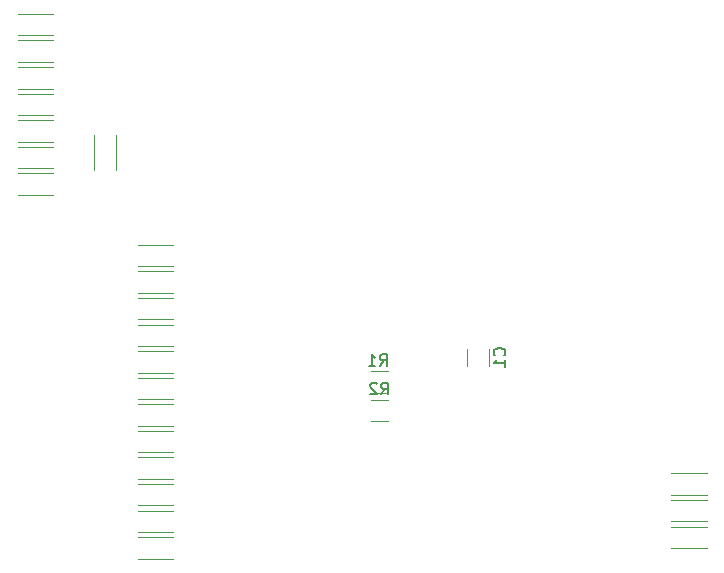
<source format=gbr>
%TF.GenerationSoftware,KiCad,Pcbnew,7.0.10-7.0.10~ubuntu20.04.1*%
%TF.CreationDate,2024-01-23T10:27:16+01:00*%
%TF.ProjectId,6303X_FP64,36333033-585f-4465-9036-342e6b696361,rev?*%
%TF.SameCoordinates,Original*%
%TF.FileFunction,Legend,Bot*%
%TF.FilePolarity,Positive*%
%FSLAX46Y46*%
G04 Gerber Fmt 4.6, Leading zero omitted, Abs format (unit mm)*
G04 Created by KiCad (PCBNEW 7.0.10-7.0.10~ubuntu20.04.1) date 2024-01-23 10:27:16*
%MOMM*%
%LPD*%
G01*
G04 APERTURE LIST*
%ADD10C,0.150000*%
%ADD11C,0.120000*%
G04 APERTURE END LIST*
D10*
X204901580Y-64310833D02*
X204949200Y-64263214D01*
X204949200Y-64263214D02*
X204996819Y-64120357D01*
X204996819Y-64120357D02*
X204996819Y-64025119D01*
X204996819Y-64025119D02*
X204949200Y-63882262D01*
X204949200Y-63882262D02*
X204853961Y-63787024D01*
X204853961Y-63787024D02*
X204758723Y-63739405D01*
X204758723Y-63739405D02*
X204568247Y-63691786D01*
X204568247Y-63691786D02*
X204425390Y-63691786D01*
X204425390Y-63691786D02*
X204234914Y-63739405D01*
X204234914Y-63739405D02*
X204139676Y-63787024D01*
X204139676Y-63787024D02*
X204044438Y-63882262D01*
X204044438Y-63882262D02*
X203996819Y-64025119D01*
X203996819Y-64025119D02*
X203996819Y-64120357D01*
X203996819Y-64120357D02*
X204044438Y-64263214D01*
X204044438Y-64263214D02*
X204092057Y-64310833D01*
X204996819Y-65263214D02*
X204996819Y-64691786D01*
X204996819Y-64977500D02*
X203996819Y-64977500D01*
X203996819Y-64977500D02*
X204139676Y-64882262D01*
X204139676Y-64882262D02*
X204234914Y-64787024D01*
X204234914Y-64787024D02*
X204282533Y-64691786D01*
X194361066Y-65196419D02*
X194694399Y-64720228D01*
X194932494Y-65196419D02*
X194932494Y-64196419D01*
X194932494Y-64196419D02*
X194551542Y-64196419D01*
X194551542Y-64196419D02*
X194456304Y-64244038D01*
X194456304Y-64244038D02*
X194408685Y-64291657D01*
X194408685Y-64291657D02*
X194361066Y-64386895D01*
X194361066Y-64386895D02*
X194361066Y-64529752D01*
X194361066Y-64529752D02*
X194408685Y-64624990D01*
X194408685Y-64624990D02*
X194456304Y-64672609D01*
X194456304Y-64672609D02*
X194551542Y-64720228D01*
X194551542Y-64720228D02*
X194932494Y-64720228D01*
X193408685Y-65196419D02*
X193980113Y-65196419D01*
X193694399Y-65196419D02*
X193694399Y-64196419D01*
X193694399Y-64196419D02*
X193789637Y-64339276D01*
X193789637Y-64339276D02*
X193884875Y-64434514D01*
X193884875Y-64434514D02*
X193980113Y-64482133D01*
X194476666Y-67608819D02*
X194809999Y-67132628D01*
X195048094Y-67608819D02*
X195048094Y-66608819D01*
X195048094Y-66608819D02*
X194667142Y-66608819D01*
X194667142Y-66608819D02*
X194571904Y-66656438D01*
X194571904Y-66656438D02*
X194524285Y-66704057D01*
X194524285Y-66704057D02*
X194476666Y-66799295D01*
X194476666Y-66799295D02*
X194476666Y-66942152D01*
X194476666Y-66942152D02*
X194524285Y-67037390D01*
X194524285Y-67037390D02*
X194571904Y-67085009D01*
X194571904Y-67085009D02*
X194667142Y-67132628D01*
X194667142Y-67132628D02*
X195048094Y-67132628D01*
X194095713Y-66704057D02*
X194048094Y-66656438D01*
X194048094Y-66656438D02*
X193952856Y-66608819D01*
X193952856Y-66608819D02*
X193714761Y-66608819D01*
X193714761Y-66608819D02*
X193619523Y-66656438D01*
X193619523Y-66656438D02*
X193571904Y-66704057D01*
X193571904Y-66704057D02*
X193524285Y-66799295D01*
X193524285Y-66799295D02*
X193524285Y-66894533D01*
X193524285Y-66894533D02*
X193571904Y-67037390D01*
X193571904Y-67037390D02*
X194143332Y-67608819D01*
X194143332Y-67608819D02*
X193524285Y-67608819D01*
D11*
%TO.C,R32*%
X175422936Y-68440000D02*
X176877064Y-68440000D01*
X175422936Y-70260000D02*
X176877064Y-70260000D01*
%TO.C,R25*%
X175327064Y-65760000D02*
X173872936Y-65760000D01*
X175327064Y-63940000D02*
X173872936Y-63940000D01*
%TO.C,R7*%
X165177064Y-48460000D02*
X163722936Y-48460000D01*
X165177064Y-46640000D02*
X163722936Y-46640000D01*
%TO.C,R20*%
X175422936Y-54940000D02*
X176877064Y-54940000D01*
X175422936Y-56760000D02*
X176877064Y-56760000D01*
%TO.C,R47*%
X220477064Y-80610000D02*
X219022936Y-80610000D01*
X220477064Y-78790000D02*
X219022936Y-78790000D01*
%TO.C,R45*%
X220572936Y-74290000D02*
X222027064Y-74290000D01*
X220572936Y-76110000D02*
X222027064Y-76110000D01*
%TO.C,R13*%
X165177064Y-41710000D02*
X163722936Y-41710000D01*
X165177064Y-39890000D02*
X163722936Y-39890000D01*
%TO.C,C1*%
X201782000Y-65188752D02*
X201782000Y-63766248D01*
X203602000Y-65188752D02*
X203602000Y-63766248D01*
%TO.C,R14*%
X165177064Y-39460000D02*
X163722936Y-39460000D01*
X165177064Y-37640000D02*
X163722936Y-37640000D01*
%TO.C,R23*%
X175327064Y-61260000D02*
X173872936Y-61260000D01*
X175327064Y-59440000D02*
X173872936Y-59440000D01*
%TO.C,R33*%
X175327064Y-72510000D02*
X173872936Y-72510000D01*
X175327064Y-70690000D02*
X173872936Y-70690000D01*
%TO.C,R27*%
X175327064Y-70260000D02*
X173872936Y-70260000D01*
X175327064Y-68440000D02*
X173872936Y-68440000D01*
%TO.C,R48*%
X220572936Y-78790000D02*
X222027064Y-78790000D01*
X220572936Y-80610000D02*
X222027064Y-80610000D01*
%TO.C,R12*%
X165272936Y-42140000D02*
X166727064Y-42140000D01*
X165272936Y-43960000D02*
X166727064Y-43960000D01*
%TO.C,R24*%
X175327064Y-63510000D02*
X173872936Y-63510000D01*
X175327064Y-61690000D02*
X173872936Y-61690000D01*
%TO.C,R4*%
X170190000Y-47077064D02*
X170190000Y-45622936D01*
X172010000Y-47077064D02*
X172010000Y-45622936D01*
%TO.C,R22*%
X175422936Y-57190000D02*
X176877064Y-57190000D01*
X175422936Y-59010000D02*
X176877064Y-59010000D01*
%TO.C,R31*%
X175422936Y-66190000D02*
X176877064Y-66190000D01*
X175422936Y-68010000D02*
X176877064Y-68010000D01*
%TO.C,R21*%
X175327064Y-59010000D02*
X173872936Y-59010000D01*
X175327064Y-57190000D02*
X173872936Y-57190000D01*
%TO.C,R39*%
X175422936Y-72910000D02*
X176877064Y-72910000D01*
X175422936Y-74730000D02*
X176877064Y-74730000D01*
%TO.C,R16*%
X175327064Y-56760000D02*
X173872936Y-56760000D01*
X175327064Y-54940000D02*
X173872936Y-54940000D01*
%TO.C,R29*%
X175422936Y-61690000D02*
X176877064Y-61690000D01*
X175422936Y-63510000D02*
X176877064Y-63510000D01*
%TO.C,R15*%
X165177064Y-37210000D02*
X163722936Y-37210000D01*
X165177064Y-35390000D02*
X163722936Y-35390000D01*
%TO.C,R37*%
X175327064Y-81510000D02*
X173872936Y-81510000D01*
X175327064Y-79690000D02*
X173872936Y-79690000D01*
%TO.C,R5*%
X165177064Y-50710000D02*
X163722936Y-50710000D01*
X165177064Y-48890000D02*
X163722936Y-48890000D01*
%TO.C,R3*%
X172010000Y-47172936D02*
X172010000Y-48627064D01*
X170190000Y-47172936D02*
X170190000Y-48627064D01*
%TO.C,R9*%
X165177064Y-46210000D02*
X163722936Y-46210000D01*
X165177064Y-44390000D02*
X163722936Y-44390000D01*
%TO.C,R30*%
X175422936Y-63940000D02*
X176877064Y-63940000D01*
X175422936Y-65760000D02*
X176877064Y-65760000D01*
%TO.C,R8*%
X165272936Y-46640000D02*
X166727064Y-46640000D01*
X165272936Y-48460000D02*
X166727064Y-48460000D01*
%TO.C,R1*%
X195037064Y-67458000D02*
X193582936Y-67458000D01*
X195037064Y-65638000D02*
X193582936Y-65638000D01*
%TO.C,R11*%
X165177064Y-43960000D02*
X163722936Y-43960000D01*
X165177064Y-42140000D02*
X163722936Y-42140000D01*
%TO.C,R17*%
X165272936Y-39890000D02*
X166727064Y-39890000D01*
X165272936Y-41710000D02*
X166727064Y-41710000D01*
%TO.C,R41*%
X175422936Y-77440000D02*
X176877064Y-77440000D01*
X175422936Y-79260000D02*
X176877064Y-79260000D01*
%TO.C,R42*%
X175422936Y-79690000D02*
X176877064Y-79690000D01*
X175422936Y-81510000D02*
X176877064Y-81510000D01*
%TO.C,R46*%
X220572936Y-76540000D02*
X222027064Y-76540000D01*
X220572936Y-78360000D02*
X222027064Y-78360000D01*
%TO.C,R43*%
X220477064Y-76110000D02*
X219022936Y-76110000D01*
X220477064Y-74290000D02*
X219022936Y-74290000D01*
%TO.C,R26*%
X175327064Y-68010000D02*
X173872936Y-68010000D01*
X175327064Y-66190000D02*
X173872936Y-66190000D01*
%TO.C,R10*%
X165272936Y-44380000D02*
X166727064Y-44380000D01*
X165272936Y-46200000D02*
X166727064Y-46200000D01*
%TO.C,R35*%
X175327064Y-77010000D02*
X173872936Y-77010000D01*
X175327064Y-75190000D02*
X173872936Y-75190000D01*
%TO.C,R2*%
X195037064Y-69884000D02*
X193582936Y-69884000D01*
X195037064Y-68064000D02*
X193582936Y-68064000D01*
%TO.C,R28*%
X175422936Y-59440000D02*
X176877064Y-59440000D01*
X175422936Y-61260000D02*
X176877064Y-61260000D01*
%TO.C,R36*%
X175327064Y-79260000D02*
X173872936Y-79260000D01*
X175327064Y-77440000D02*
X173872936Y-77440000D01*
%TO.C,R19*%
X165272936Y-35390000D02*
X166727064Y-35390000D01*
X165272936Y-37210000D02*
X166727064Y-37210000D01*
%TO.C,R34*%
X175327064Y-74760000D02*
X173872936Y-74760000D01*
X175327064Y-72940000D02*
X173872936Y-72940000D01*
%TO.C,R40*%
X175422936Y-75190000D02*
X176877064Y-75190000D01*
X175422936Y-77010000D02*
X176877064Y-77010000D01*
%TO.C,R18*%
X165272936Y-37640000D02*
X166727064Y-37640000D01*
X165272936Y-39460000D02*
X166727064Y-39460000D01*
%TO.C,R6*%
X165272936Y-48890000D02*
X166727064Y-48890000D01*
X165272936Y-50710000D02*
X166727064Y-50710000D01*
%TO.C,R44*%
X220477064Y-78360000D02*
X219022936Y-78360000D01*
X220477064Y-76540000D02*
X219022936Y-76540000D01*
%TO.C,R38*%
X175422936Y-70690000D02*
X176877064Y-70690000D01*
X175422936Y-72510000D02*
X176877064Y-72510000D01*
%TD*%
M02*

</source>
